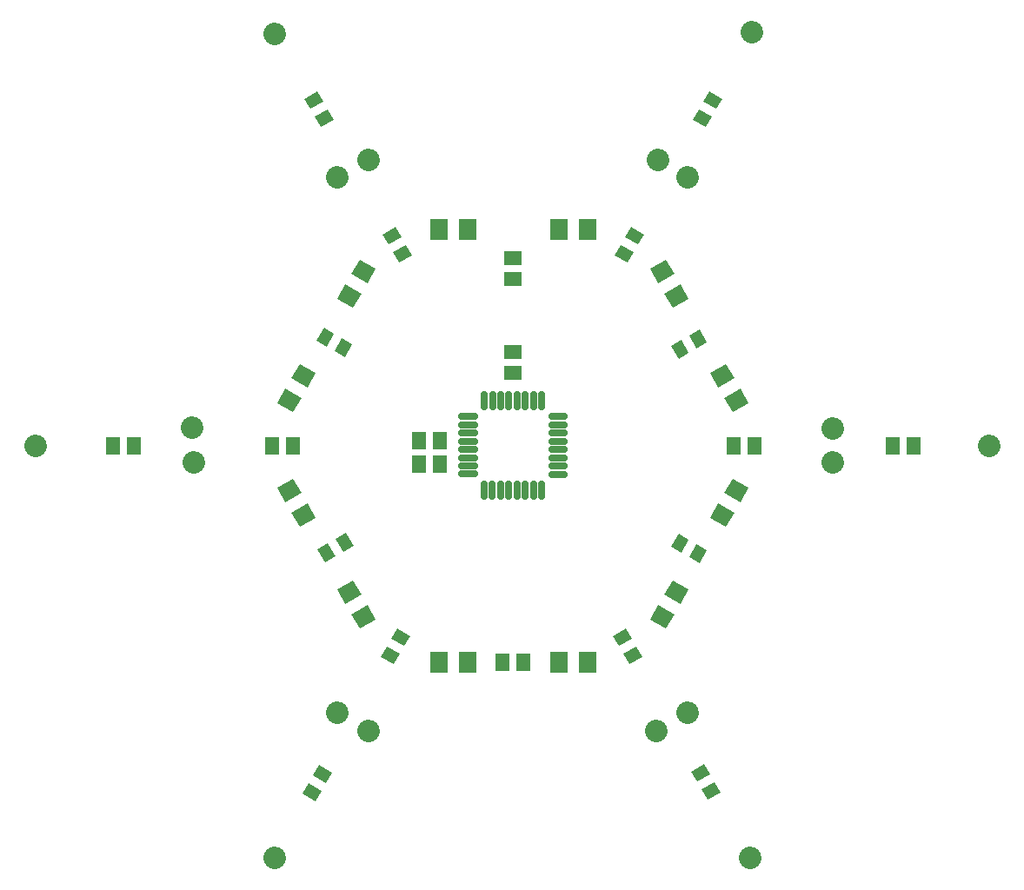
<source format=gts>
G04 ---------------------------- Layer name :TOP SOLDER LAYER*
G04 EasyEDA v5.8.22, Wed, 05 Dec 2018 12:37:06 GMT*
G04 38c36d2c5fec4219b0fe707d271aa1e6*
G04 Gerber Generator version 0.2*
G04 Scale: 100 percent, Rotated: No, Reflected: No *
G04 Dimensions in inches *
G04 leading zeros omitted , absolute positions ,2 integer and 4 decimal *
%FSLAX24Y24*%
%MOIN*%
G90*
G70D02*

%ADD32C,0.025717*%
%ADD33C,0.086740*%
%ADD34R,0.053670X0.065870*%
%ADD35R,0.065870X0.053670*%
%ADD36R,0.071000X0.078900*%

%LPD*%
G54D32*
G01X17602Y18482D02*
G01X17602Y18009D01*
G01X17917Y18482D02*
G01X17917Y18009D01*
G01X18232Y18482D02*
G01X18232Y18009D01*
G01X18546Y18482D02*
G01X18546Y18009D01*
G01X18861Y18482D02*
G01X18861Y18009D01*
G01X19175Y18482D02*
G01X19175Y18009D01*
G01X19490Y18482D02*
G01X19490Y18009D01*
G01X19805Y18482D02*
G01X19805Y18009D01*
G01X20186Y17626D02*
G01X20657Y17626D01*
G01X20186Y17311D02*
G01X20657Y17311D01*
G01X20186Y16996D02*
G01X20657Y16996D01*
G01X20186Y16680D02*
G01X20657Y16680D01*
G01X20186Y16367D02*
G01X20657Y16367D01*
G01X20186Y16051D02*
G01X20657Y16051D01*
G01X20186Y15736D02*
G01X20657Y15736D01*
G01X20186Y15422D02*
G01X20657Y15422D01*
G01X19802Y15032D02*
G01X19802Y14559D01*
G01X19486Y15032D02*
G01X19486Y14559D01*
G01X19171Y15032D02*
G01X19171Y14559D01*
G01X18857Y15032D02*
G01X18857Y14559D01*
G01X18542Y15032D02*
G01X18542Y14559D01*
G01X18228Y15032D02*
G01X18228Y14559D01*
G01X17913Y15032D02*
G01X17913Y14559D01*
G01X17598Y15032D02*
G01X17598Y14559D01*
G01X16746Y15426D02*
G01X17217Y15426D01*
G01X16746Y15740D02*
G01X17217Y15740D01*
G01X16746Y16055D02*
G01X17217Y16055D01*
G01X16746Y16371D02*
G01X17217Y16371D01*
G01X16746Y16684D02*
G01X17217Y16684D01*
G01X16746Y17000D02*
G01X17217Y17000D01*
G01X16746Y17315D02*
G01X17217Y17315D01*
G01X16746Y17630D02*
G01X17217Y17630D01*
G54D33*
G01X13151Y5571D02*
G01X13151Y5571D01*
G01X9551Y721D02*
G01X9551Y721D01*
G01X11951Y6271D02*
G01X11951Y6271D01*
G01X6451Y15871D02*
G01X6451Y15871D01*
G01X6401Y17221D02*
G01X6401Y17221D01*
G01X11951Y26821D02*
G01X11951Y26821D01*
G01X13151Y27471D02*
G01X13151Y27471D01*
G01X24252Y27471D02*
G01X24252Y27471D01*
G01X25402Y26821D02*
G01X25402Y26821D01*
G01X30952Y17171D02*
G01X30952Y17171D01*
G01X30952Y15871D02*
G01X30952Y15871D01*
G01X25402Y6271D02*
G01X25402Y6271D01*
G01X24202Y5571D02*
G01X24202Y5571D01*
G01X401Y16521D02*
G01X401Y16521D01*
G01X9551Y32321D02*
G01X9551Y32321D01*
G01X27852Y32371D02*
G01X27852Y32371D01*
G01X36952Y16521D02*
G01X36952Y16521D01*
G01X27802Y721D02*
G01X27802Y721D01*
G54D34*
G01X15101Y16721D03*
G01X15901Y16721D03*
G01X15101Y15821D03*
G01X15901Y15821D03*
G54D35*
G01X18702Y19321D03*
G01X18702Y20121D03*
G36*
G01X11767Y3969D02*
G01X11538Y3575D01*
G01X11036Y3863D01*
G01X11265Y4259D01*
G01X11767Y3969D01*
G37*
G36*
G01X11367Y3278D02*
G01X11138Y2882D01*
G01X10636Y3171D01*
G01X10865Y3567D01*
G01X11367Y3278D01*
G37*
G54D34*
G01X4152Y16520D03*
G01X3352Y16520D03*
G36*
G01X11315Y28732D02*
G01X11086Y29127D01*
G01X11588Y29417D01*
G01X11817Y29021D01*
G01X11315Y28732D01*
G37*
G36*
G01X10915Y29425D02*
G01X10686Y29819D01*
G01X11188Y30109D01*
G01X11417Y29713D01*
G01X10915Y29425D01*
G37*
G36*
G01X25586Y29021D02*
G01X25815Y29417D01*
G01X26317Y29128D01*
G01X26088Y28732D01*
G01X25586Y29021D01*
G37*
G36*
G01X25986Y29713D02*
G01X26215Y30109D01*
G01X26717Y29819D01*
G01X26488Y29425D01*
G01X25986Y29713D01*
G37*
G01X33252Y16521D03*
G01X34052Y16521D03*
G36*
G01X26038Y4309D02*
G01X26267Y3913D01*
G01X25765Y3625D01*
G01X25536Y4019D01*
G01X26038Y4309D01*
G37*
G36*
G01X26438Y3617D02*
G01X26667Y3221D01*
G01X26165Y2932D01*
G01X25936Y3328D01*
G01X26438Y3617D01*
G37*
G36*
G01X14767Y9219D02*
G01X14538Y8825D01*
G01X14036Y9113D01*
G01X14265Y9509D01*
G01X14767Y9219D01*
G37*
G36*
G01X14367Y8528D02*
G01X14138Y8132D01*
G01X13636Y8421D01*
G01X13865Y8817D01*
G01X14367Y8528D01*
G37*
G01X10252Y16520D03*
G01X9452Y16520D03*
G36*
G01X14315Y23532D02*
G01X14086Y23927D01*
G01X14588Y24217D01*
G01X14817Y23821D01*
G01X14315Y23532D01*
G37*
G36*
G01X13915Y24225D02*
G01X13686Y24619D01*
G01X14188Y24909D01*
G01X14417Y24513D01*
G01X13915Y24225D01*
G37*
G36*
G01X22586Y23821D02*
G01X22815Y24217D01*
G01X23317Y23928D01*
G01X23088Y23532D01*
G01X22586Y23821D01*
G37*
G36*
G01X22986Y24513D02*
G01X23215Y24909D01*
G01X23717Y24619D01*
G01X23488Y24225D01*
G01X22986Y24513D01*
G37*
G01X27152Y16521D03*
G01X27952Y16521D03*
G36*
G01X23038Y9509D02*
G01X23267Y9113D01*
G01X22765Y8825D01*
G01X22536Y9219D01*
G01X23038Y9509D01*
G37*
G36*
G01X23438Y8817D02*
G01X23667Y8421D01*
G01X23165Y8132D01*
G01X22936Y8528D01*
G01X23438Y8817D01*
G37*
G36*
G01X12251Y19905D02*
G01X11855Y20134D01*
G01X12144Y20636D01*
G01X12540Y20407D01*
G01X12251Y19905D01*
G37*
G36*
G01X11559Y20305D02*
G01X11163Y20534D01*
G01X11453Y21036D01*
G01X11848Y20807D01*
G01X11559Y20305D01*
G37*
G36*
G01X12590Y12684D02*
G01X12196Y12455D01*
G01X11905Y12957D01*
G01X12301Y13186D01*
G01X12590Y12684D01*
G37*
G36*
G01X11898Y12284D02*
G01X11503Y12055D01*
G01X11213Y12557D01*
G01X11609Y12786D01*
G01X11898Y12284D01*
G37*
G54D35*
G01X18702Y22920D03*
G01X18702Y23720D03*
G36*
G01X24763Y20357D02*
G01X25159Y20586D01*
G01X25448Y20084D01*
G01X25053Y19855D01*
G01X24763Y20357D01*
G37*
G36*
G01X25455Y20757D02*
G01X25852Y20986D01*
G01X26140Y20484D01*
G01X25744Y20255D01*
G01X25455Y20757D01*
G37*
G36*
G01X25053Y13136D02*
G01X25448Y12907D01*
G01X25159Y12405D01*
G01X24763Y12634D01*
G01X25053Y13136D01*
G37*
G36*
G01X25744Y12736D02*
G01X26140Y12507D01*
G01X25852Y12005D01*
G01X25455Y12234D01*
G01X25744Y12736D01*
G37*
G54D34*
G01X18302Y8221D03*
G01X19102Y8221D03*
G36*
G01X12576Y11347D02*
G01X12892Y10801D01*
G01X12276Y10447D01*
G01X11961Y10992D01*
G01X12576Y11347D01*
G37*
G36*
G01X13126Y10394D02*
G01X13442Y9849D01*
G01X12826Y9494D01*
G01X12511Y10040D01*
G01X13126Y10394D01*
G37*
G36*
G01X10526Y13394D02*
G01X10211Y13940D01*
G01X10826Y14294D01*
G01X11142Y13749D01*
G01X10526Y13394D01*
G37*
G36*
G01X9976Y14347D02*
G01X9661Y14892D01*
G01X10276Y15247D01*
G01X10592Y14701D01*
G01X9976Y14347D01*
G37*
G36*
G01X11142Y19292D02*
G01X10826Y18747D01*
G01X10211Y19102D01*
G01X10526Y19647D01*
G01X11142Y19292D01*
G37*
G36*
G01X10592Y18340D02*
G01X10276Y17794D01*
G01X9661Y18149D01*
G01X9976Y18694D01*
G01X10592Y18340D01*
G37*
G36*
G01X11961Y22149D02*
G01X12276Y22694D01*
G01X12892Y22340D01*
G01X12576Y21794D01*
G01X11961Y22149D01*
G37*
G36*
G01X12511Y23102D02*
G01X12826Y23647D01*
G01X13442Y23292D01*
G01X13126Y22747D01*
G01X12511Y23102D01*
G37*
G54D36*
G01X16952Y24820D03*
G01X15851Y24820D03*
G01X20452Y24820D03*
G01X21552Y24820D03*
G36*
G01X24827Y21794D02*
G01X24511Y22340D01*
G01X25127Y22694D01*
G01X25442Y22149D01*
G01X24827Y21794D01*
G37*
G36*
G01X24277Y22747D02*
G01X23961Y23292D01*
G01X24577Y23647D01*
G01X24892Y23102D01*
G01X24277Y22747D01*
G37*
G36*
G01X26877Y19647D02*
G01X27192Y19102D01*
G01X26577Y18747D01*
G01X26261Y19292D01*
G01X26877Y19647D01*
G37*
G36*
G01X27427Y18694D02*
G01X27742Y18149D01*
G01X27127Y17794D01*
G01X26811Y18340D01*
G01X27427Y18694D01*
G37*
G36*
G01X26261Y13749D02*
G01X26577Y14294D01*
G01X27192Y13940D01*
G01X26877Y13394D01*
G01X26261Y13749D01*
G37*
G36*
G01X26811Y14701D02*
G01X27127Y15247D01*
G01X27742Y14892D01*
G01X27427Y14347D01*
G01X26811Y14701D01*
G37*
G36*
G01X25442Y10992D02*
G01X25127Y10447D01*
G01X24511Y10801D01*
G01X24827Y11347D01*
G01X25442Y10992D01*
G37*
G36*
G01X24892Y10040D02*
G01X24577Y9494D01*
G01X23961Y9849D01*
G01X24277Y10394D01*
G01X24892Y10040D01*
G37*
G01X20452Y8220D03*
G01X21552Y8220D03*
G01X16952Y8220D03*
G01X15851Y8220D03*
M00*
M02*

</source>
